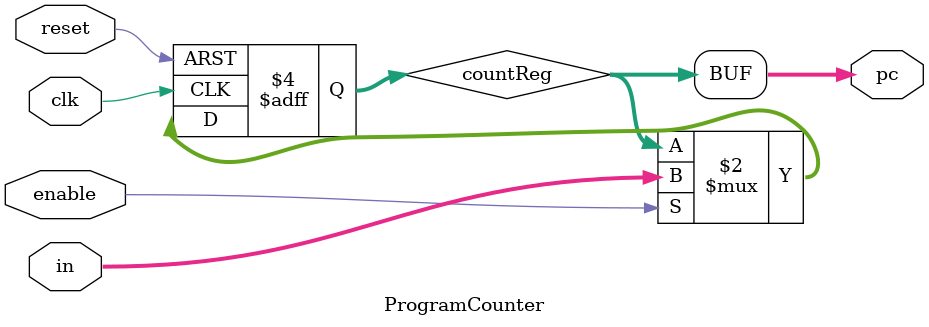
<source format=v>
module ProgramCounter (
  input clk,
  input reset,
  input enable,
  input [10:0] in,
  output [10:0] pc
);

reg [10:0] countReg;

always @(posedge clk or posedge reset) begin
 if (reset) begin
      countReg <= 11'b0;  
    end else if (enable) begin
      countReg <= in ;  //+1?
    end
  end

assign pc = countReg;
endmodule
</source>
